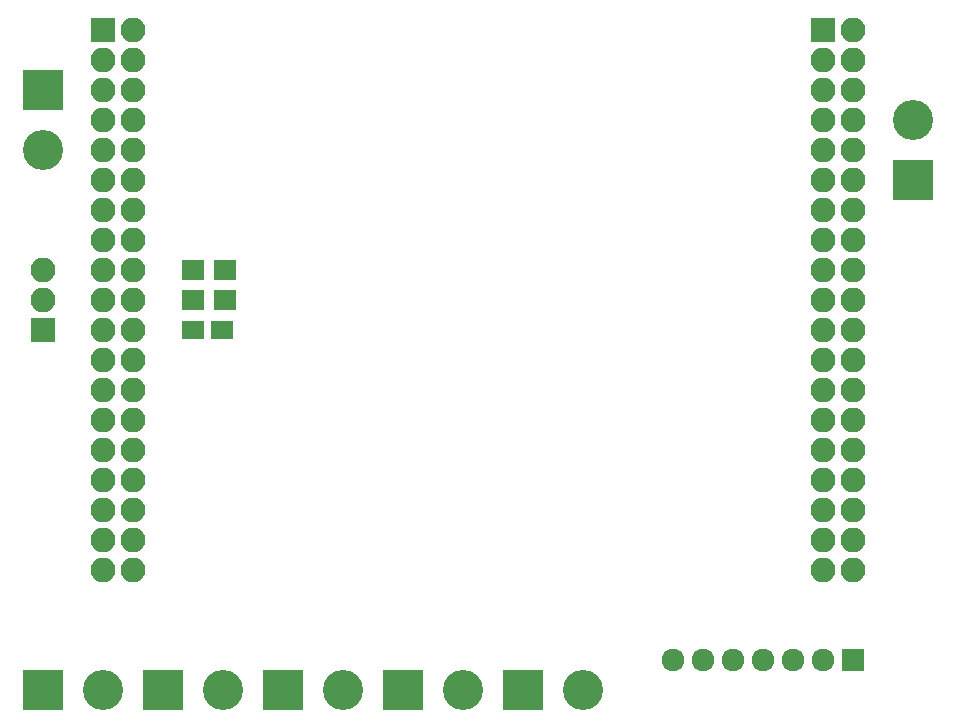
<source format=gts>
G04 #@! TF.GenerationSoftware,KiCad,Pcbnew,5.1.5*
G04 #@! TF.CreationDate,2020-04-17T16:14:37+02:00*
G04 #@! TF.ProjectId,eco_nucleo64_interconnect,65636f5f-6e75-4636-9c65-6f36345f696e,rev?*
G04 #@! TF.SameCoordinates,Original*
G04 #@! TF.FileFunction,Soldermask,Top*
G04 #@! TF.FilePolarity,Negative*
%FSLAX46Y46*%
G04 Gerber Fmt 4.6, Leading zero omitted, Abs format (unit mm)*
G04 Created by KiCad (PCBNEW 5.1.5) date 2020-04-17 16:14:37*
%MOMM*%
%LPD*%
G04 APERTURE LIST*
%ADD10C,3.400000*%
%ADD11R,3.400000X3.400000*%
%ADD12R,2.100000X2.100000*%
%ADD13O,2.100000X2.100000*%
%ADD14R,1.924000X1.924000*%
%ADD15C,1.924000*%
%ADD16R,1.900000X1.650000*%
%ADD17R,1.900000X1.700000*%
G04 APERTURE END LIST*
D10*
X139134000Y-133751000D03*
D11*
X134054000Y-133751000D03*
X144214000Y-133751000D03*
D10*
X149294000Y-133751000D03*
D12*
X103574000Y-103271000D03*
D13*
X103574000Y-100731000D03*
X103574000Y-98191000D03*
D14*
X172154000Y-131211000D03*
D15*
X169614000Y-131211000D03*
X167074000Y-131211000D03*
X164534000Y-131211000D03*
X161994000Y-131211000D03*
X159454000Y-131211000D03*
X156914000Y-131211000D03*
D10*
X108654000Y-133751000D03*
D11*
X103574000Y-133751000D03*
D10*
X128974000Y-133751000D03*
D11*
X123894000Y-133751000D03*
X113734000Y-133751000D03*
D10*
X118814000Y-133751000D03*
D13*
X172154000Y-123591000D03*
X169614000Y-123591000D03*
X172154000Y-121051000D03*
X169614000Y-121051000D03*
X172154000Y-118511000D03*
X169614000Y-118511000D03*
X172154000Y-115971000D03*
X169614000Y-115971000D03*
X172154000Y-113431000D03*
X169614000Y-113431000D03*
X172154000Y-110891000D03*
X169614000Y-110891000D03*
X172154000Y-108351000D03*
X169614000Y-108351000D03*
X172154000Y-105811000D03*
X169614000Y-105811000D03*
X172154000Y-103271000D03*
X169614000Y-103271000D03*
X172154000Y-100731000D03*
X169614000Y-100731000D03*
X172154000Y-98191000D03*
X169614000Y-98191000D03*
X172154000Y-95651000D03*
X169614000Y-95651000D03*
X172154000Y-93111000D03*
X169614000Y-93111000D03*
X172154000Y-90571000D03*
X169614000Y-90571000D03*
X172154000Y-88031000D03*
X169614000Y-88031000D03*
X172154000Y-85491000D03*
X169614000Y-85491000D03*
X172154000Y-82951000D03*
X169614000Y-82951000D03*
X172154000Y-80411000D03*
X169614000Y-80411000D03*
X172154000Y-77871000D03*
D12*
X169614000Y-77871000D03*
X108654000Y-77871000D03*
D13*
X111194000Y-77871000D03*
X108654000Y-80411000D03*
X111194000Y-80411000D03*
X108654000Y-82951000D03*
X111194000Y-82951000D03*
X108654000Y-85491000D03*
X111194000Y-85491000D03*
X108654000Y-88031000D03*
X111194000Y-88031000D03*
X108654000Y-90571000D03*
X111194000Y-90571000D03*
X108654000Y-93111000D03*
X111194000Y-93111000D03*
X108654000Y-95651000D03*
X111194000Y-95651000D03*
X108654000Y-98191000D03*
X111194000Y-98191000D03*
X108654000Y-100731000D03*
X111194000Y-100731000D03*
X108654000Y-103271000D03*
X111194000Y-103271000D03*
X108654000Y-105811000D03*
X111194000Y-105811000D03*
X108654000Y-108351000D03*
X111194000Y-108351000D03*
X108654000Y-110891000D03*
X111194000Y-110891000D03*
X108654000Y-113431000D03*
X111194000Y-113431000D03*
X108654000Y-115971000D03*
X111194000Y-115971000D03*
X108654000Y-118511000D03*
X111194000Y-118511000D03*
X108654000Y-121051000D03*
X111194000Y-121051000D03*
X108654000Y-123591000D03*
X111194000Y-123591000D03*
D16*
X116274000Y-103271000D03*
X118774000Y-103271000D03*
D17*
X116274000Y-98191000D03*
X118974000Y-98191000D03*
X116274000Y-100731000D03*
X118974000Y-100731000D03*
D11*
X103574000Y-82951000D03*
D10*
X103574000Y-88031000D03*
D11*
X177234000Y-90571000D03*
D10*
X177234000Y-85491000D03*
M02*

</source>
